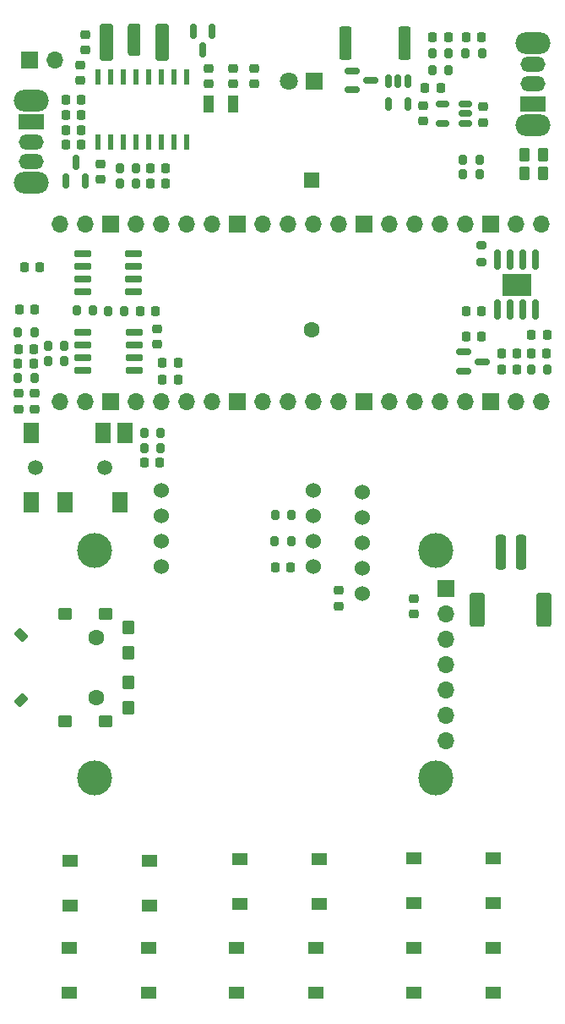
<source format=gbr>
%TF.GenerationSoftware,KiCad,Pcbnew,8.0.5*%
%TF.CreationDate,2024-11-28T19:31:39+00:00*%
%TF.ProjectId,ScoutAM,53636f75-7441-44d2-9e6b-696361645f70,rev?*%
%TF.SameCoordinates,Original*%
%TF.FileFunction,Soldermask,Top*%
%TF.FilePolarity,Negative*%
%FSLAX46Y46*%
G04 Gerber Fmt 4.6, Leading zero omitted, Abs format (unit mm)*
G04 Created by KiCad (PCBNEW 8.0.5) date 2024-11-28 19:31:39*
%MOMM*%
%LPD*%
G01*
G04 APERTURE LIST*
G04 Aperture macros list*
%AMRoundRect*
0 Rectangle with rounded corners*
0 $1 Rounding radius*
0 $2 $3 $4 $5 $6 $7 $8 $9 X,Y pos of 4 corners*
0 Add a 4 corners polygon primitive as box body*
4,1,4,$2,$3,$4,$5,$6,$7,$8,$9,$2,$3,0*
0 Add four circle primitives for the rounded corners*
1,1,$1+$1,$2,$3*
1,1,$1+$1,$4,$5*
1,1,$1+$1,$6,$7*
1,1,$1+$1,$8,$9*
0 Add four rect primitives between the rounded corners*
20,1,$1+$1,$2,$3,$4,$5,0*
20,1,$1+$1,$4,$5,$6,$7,0*
20,1,$1+$1,$6,$7,$8,$9,0*
20,1,$1+$1,$8,$9,$2,$3,0*%
G04 Aperture macros list end*
%ADD10RoundRect,0.250000X0.262500X0.450000X-0.262500X0.450000X-0.262500X-0.450000X0.262500X-0.450000X0*%
%ADD11R,1.800000X1.800000*%
%ADD12C,1.800000*%
%ADD13RoundRect,0.225000X0.250000X-0.225000X0.250000X0.225000X-0.250000X0.225000X-0.250000X-0.225000X0*%
%ADD14RoundRect,0.225000X-0.225000X-0.250000X0.225000X-0.250000X0.225000X0.250000X-0.225000X0.250000X0*%
%ADD15RoundRect,0.200000X-0.200000X-0.275000X0.200000X-0.275000X0.200000X0.275000X-0.200000X0.275000X0*%
%ADD16RoundRect,0.150000X0.512500X0.150000X-0.512500X0.150000X-0.512500X-0.150000X0.512500X-0.150000X0*%
%ADD17RoundRect,0.200000X0.200000X0.275000X-0.200000X0.275000X-0.200000X-0.275000X0.200000X-0.275000X0*%
%ADD18RoundRect,0.218750X0.256250X-0.218750X0.256250X0.218750X-0.256250X0.218750X-0.256250X-0.218750X0*%
%ADD19RoundRect,0.225000X-0.250000X0.225000X-0.250000X-0.225000X0.250000X-0.225000X0.250000X0.225000X0*%
%ADD20RoundRect,0.218750X-0.218750X-0.256250X0.218750X-0.256250X0.218750X0.256250X-0.218750X0.256250X0*%
%ADD21RoundRect,0.150000X-0.725000X-0.150000X0.725000X-0.150000X0.725000X0.150000X-0.725000X0.150000X0*%
%ADD22RoundRect,0.218750X-0.256250X0.218750X-0.256250X-0.218750X0.256250X-0.218750X0.256250X0.218750X0*%
%ADD23RoundRect,0.150000X-0.150000X0.512500X-0.150000X-0.512500X0.150000X-0.512500X0.150000X0.512500X0*%
%ADD24RoundRect,0.250000X0.385000X1.350000X-0.385000X1.350000X-0.385000X-1.350000X0.385000X-1.350000X0*%
%ADD25RoundRect,0.250000X0.425000X1.600000X-0.425000X1.600000X-0.425000X-1.600000X0.425000X-1.600000X0*%
%ADD26C,1.500000*%
%ADD27R,1.500000X2.000000*%
%ADD28RoundRect,0.150000X-0.587500X-0.150000X0.587500X-0.150000X0.587500X0.150000X-0.587500X0.150000X0*%
%ADD29RoundRect,0.200000X-0.275000X0.200000X-0.275000X-0.200000X0.275000X-0.200000X0.275000X0.200000X0*%
%ADD30R,1.000000X1.800000*%
%ADD31RoundRect,0.225000X0.225000X0.250000X-0.225000X0.250000X-0.225000X-0.250000X0.225000X-0.250000X0*%
%ADD32R,1.550000X1.300000*%
%ADD33RoundRect,0.218750X0.218750X0.256250X-0.218750X0.256250X-0.218750X-0.256250X0.218750X-0.256250X0*%
%ADD34RoundRect,0.137500X-0.137500X0.662500X-0.137500X-0.662500X0.137500X-0.662500X0.137500X0.662500X0*%
%ADD35R,1.600000X1.600000*%
%ADD36C,1.600000*%
%ADD37RoundRect,0.250000X-0.362500X-1.425000X0.362500X-1.425000X0.362500X1.425000X-0.362500X1.425000X0*%
%ADD38RoundRect,0.150000X-0.150000X0.825000X-0.150000X-0.825000X0.150000X-0.825000X0.150000X0.825000X0*%
%ADD39R,3.000000X2.290000*%
%ADD40RoundRect,0.250000X-0.250000X-1.500000X0.250000X-1.500000X0.250000X1.500000X-0.250000X1.500000X0*%
%ADD41RoundRect,0.250001X-0.499999X-1.449999X0.499999X-1.449999X0.499999X1.449999X-0.499999X1.449999X0*%
%ADD42RoundRect,0.150000X0.150000X-0.587500X0.150000X0.587500X-0.150000X0.587500X-0.150000X-0.587500X0*%
%ADD43O,3.500000X2.200000*%
%ADD44R,2.500000X1.500000*%
%ADD45O,2.500000X1.500000*%
%ADD46RoundRect,0.150000X-0.150000X0.587500X-0.150000X-0.587500X0.150000X-0.587500X0.150000X0.587500X0*%
%ADD47C,3.500000*%
%ADD48R,1.700000X1.700000*%
%ADD49O,1.700000X1.700000*%
%ADD50RoundRect,0.120000X0.530000X0.480000X-0.530000X0.480000X-0.530000X-0.480000X0.530000X-0.480000X0*%
%ADD51RoundRect,0.085000X-0.604576X-0.123744X-0.123744X-0.604576X0.604576X0.123744X0.123744X0.604576X0*%
%ADD52RoundRect,0.085000X0.123744X-0.604576X0.604576X-0.123744X-0.123744X0.604576X-0.604576X0.123744X0*%
%ADD53RoundRect,0.120000X-0.480000X0.530000X-0.480000X-0.530000X0.480000X-0.530000X0.480000X0.530000X0*%
%ADD54C,1.524000*%
G04 APERTURE END LIST*
D10*
%TO.C,R2*%
X123592500Y-65570000D03*
X121767500Y-65570000D03*
%TD*%
%TO.C,R1*%
X123592500Y-63640000D03*
X121767500Y-63640000D03*
%TD*%
D11*
%TO.C,D3*%
X100655000Y-56295000D03*
D12*
X98115000Y-56295000D03*
%TD*%
D13*
%TO.C,C26*%
X94650000Y-56575000D03*
X94650000Y-55025000D03*
%TD*%
D14*
%TO.C,C11*%
X70990000Y-84590000D03*
X72540000Y-84590000D03*
%TD*%
D15*
%TO.C,R9*%
X96755000Y-99740000D03*
X98405000Y-99740000D03*
%TD*%
D16*
%TO.C,U5*%
X115810000Y-60500000D03*
X115810000Y-59550000D03*
X115810000Y-58600000D03*
X113535000Y-58600000D03*
X113535000Y-60500000D03*
%TD*%
D14*
%TO.C,C28*%
X111815000Y-57000000D03*
X113365000Y-57000000D03*
%TD*%
D17*
%TO.C,R6*%
X81655000Y-79300000D03*
X80005000Y-79300000D03*
%TD*%
D15*
%TO.C,R15*%
X83645000Y-93040000D03*
X85295000Y-93040000D03*
%TD*%
D18*
%TO.C,L3*%
X77270000Y-56227500D03*
X77270000Y-54652500D03*
%TD*%
D13*
%TO.C,C16*%
X117660000Y-60415000D03*
X117660000Y-58865000D03*
%TD*%
D14*
%TO.C,C10*%
X119465000Y-85190000D03*
X121015000Y-85190000D03*
%TD*%
D19*
%TO.C,C14*%
X79270000Y-64570000D03*
X79270000Y-66120000D03*
%TD*%
D20*
%TO.C,L4*%
X75772500Y-58200000D03*
X77347500Y-58200000D03*
%TD*%
D15*
%TO.C,R12*%
X73975000Y-84360000D03*
X75625000Y-84360000D03*
%TD*%
D21*
%TO.C,U3*%
X77490000Y-81420000D03*
X77490000Y-82690000D03*
X77490000Y-83960000D03*
X77490000Y-85230000D03*
X82640000Y-85230000D03*
X82640000Y-83960000D03*
X82640000Y-82690000D03*
X82640000Y-81420000D03*
%TD*%
D22*
%TO.C,L1*%
X72690000Y-87552500D03*
X72690000Y-89127500D03*
%TD*%
D17*
%TO.C,R7*%
X78525000Y-79280000D03*
X76875000Y-79280000D03*
%TD*%
D13*
%TO.C,C23*%
X84910000Y-82635000D03*
X84910000Y-81085000D03*
%TD*%
D15*
%TO.C,R3*%
X122415000Y-85190000D03*
X124065000Y-85190000D03*
%TD*%
D14*
%TO.C,C29*%
X112575000Y-51930000D03*
X114125000Y-51930000D03*
%TD*%
D23*
%TO.C,U8*%
X110050000Y-56270000D03*
X109100000Y-56270000D03*
X108150000Y-56270000D03*
X108150000Y-58545000D03*
X110050000Y-58545000D03*
%TD*%
D24*
%TO.C,J4*%
X82660000Y-52160000D03*
D25*
X79835000Y-52410000D03*
X85485000Y-52410000D03*
%TD*%
D26*
%TO.C,J3*%
X72730000Y-95000000D03*
X79730000Y-95000000D03*
D27*
X72330000Y-98500000D03*
X72330000Y-91500000D03*
X75730000Y-98500000D03*
X79530000Y-91500000D03*
X81230000Y-98500000D03*
X81730000Y-91500000D03*
%TD*%
D17*
%TO.C,R14*%
X72635000Y-81480000D03*
X70985000Y-81480000D03*
%TD*%
D28*
%TO.C,Q2*%
X104512500Y-55270000D03*
X104512500Y-57170000D03*
X106387500Y-56220000D03*
%TD*%
D13*
%TO.C,C15*%
X92570000Y-56565000D03*
X92570000Y-55015000D03*
%TD*%
D29*
%TO.C,R8*%
X117430000Y-72745000D03*
X117430000Y-74395000D03*
%TD*%
D30*
%TO.C,Y1*%
X90080000Y-58610000D03*
X92580000Y-58610000D03*
%TD*%
D14*
%TO.C,C12*%
X71015000Y-83120000D03*
X72565000Y-83120000D03*
%TD*%
%TO.C,C20*%
X84245000Y-66540000D03*
X85795000Y-66540000D03*
%TD*%
D31*
%TO.C,C2*%
X117480000Y-81870000D03*
X115930000Y-81870000D03*
%TD*%
%TO.C,C7*%
X72665000Y-79200000D03*
X71115000Y-79200000D03*
%TD*%
D32*
%TO.C,SW3*%
X110660000Y-134070000D03*
X118610000Y-134070000D03*
X110660000Y-138570000D03*
X118610000Y-138570000D03*
%TD*%
D33*
%TO.C,L5*%
X77357500Y-59680000D03*
X75782500Y-59680000D03*
%TD*%
D15*
%TO.C,R11*%
X73995000Y-82790000D03*
X75645000Y-82790000D03*
%TD*%
D34*
%TO.C,U6*%
X87920000Y-55870000D03*
X86650000Y-55870000D03*
X85380000Y-55870000D03*
X84110000Y-55870000D03*
X82840000Y-55870000D03*
X81570000Y-55870000D03*
X80300000Y-55870000D03*
X79030000Y-55870000D03*
X79030000Y-62370000D03*
X80300000Y-62370000D03*
X81570000Y-62370000D03*
X82840000Y-62370000D03*
X84110000Y-62370000D03*
X85380000Y-62370000D03*
X86650000Y-62370000D03*
X87920000Y-62370000D03*
%TD*%
D32*
%TO.C,SW5*%
X92905000Y-143110000D03*
X100855000Y-143110000D03*
X92905000Y-147610000D03*
X100855000Y-147610000D03*
%TD*%
D19*
%TO.C,C1*%
X110640000Y-108095000D03*
X110640000Y-109645000D03*
%TD*%
D17*
%TO.C,R16*%
X85280000Y-91550000D03*
X83630000Y-91550000D03*
%TD*%
D14*
%TO.C,C27*%
X75805000Y-61170000D03*
X77355000Y-61170000D03*
%TD*%
D35*
%TO.C,LS1*%
X100430000Y-66170000D03*
D36*
X100430000Y-81170000D03*
%TD*%
D31*
%TO.C,C3*%
X117480000Y-79360000D03*
X115930000Y-79360000D03*
%TD*%
D32*
%TO.C,SW4*%
X76110000Y-143110000D03*
X84060000Y-143110000D03*
X76110000Y-147610000D03*
X84060000Y-147610000D03*
%TD*%
D37*
%TO.C,R19*%
X103817500Y-52530000D03*
X109742500Y-52530000D03*
%TD*%
D38*
%TO.C,U2*%
X122905000Y-74205000D03*
X121635000Y-74205000D03*
X120365000Y-74205000D03*
X119095000Y-74205000D03*
X119095000Y-79155000D03*
X120365000Y-79155000D03*
X121635000Y-79155000D03*
X122905000Y-79155000D03*
D39*
X121000000Y-76680000D03*
%TD*%
D13*
%TO.C,C19*%
X111620000Y-60285000D03*
X111620000Y-58735000D03*
%TD*%
D15*
%TO.C,R18*%
X81210000Y-65000000D03*
X82860000Y-65000000D03*
%TD*%
D32*
%TO.C,SW2*%
X93240000Y-134180000D03*
X101190000Y-134180000D03*
X93240000Y-138680000D03*
X101190000Y-138680000D03*
%TD*%
%TO.C,SW1*%
X76210000Y-134360000D03*
X84160000Y-134360000D03*
X76210000Y-138860000D03*
X84160000Y-138860000D03*
%TD*%
D40*
%TO.C,J2*%
X119400000Y-103450000D03*
X121400000Y-103450000D03*
D41*
X117050000Y-109200000D03*
X123750000Y-109200000D03*
%TD*%
D17*
%TO.C,R4*%
X117245000Y-64140000D03*
X115595000Y-64140000D03*
%TD*%
D42*
%TO.C,D5*%
X75830000Y-66295000D03*
X77730000Y-66295000D03*
X76780000Y-64420000D03*
%TD*%
D43*
%TO.C,SW9*%
X72360000Y-58260000D03*
X72360000Y-66460000D03*
D44*
X72360000Y-60360000D03*
D45*
X72360000Y-62360000D03*
X72360000Y-64360000D03*
%TD*%
D14*
%TO.C,C25*%
X75805000Y-62670000D03*
X77355000Y-62670000D03*
%TD*%
D32*
%TO.C,SW6*%
X110700000Y-143070000D03*
X118650000Y-143070000D03*
X110700000Y-147570000D03*
X118650000Y-147570000D03*
%TD*%
D19*
%TO.C,C24*%
X77730000Y-51635000D03*
X77730000Y-53185000D03*
%TD*%
D31*
%TO.C,C6*%
X87030000Y-86220000D03*
X85480000Y-86220000D03*
%TD*%
D15*
%TO.C,R5*%
X115595000Y-65630000D03*
X117245000Y-65630000D03*
%TD*%
%TO.C,R13*%
X70975000Y-86060000D03*
X72625000Y-86060000D03*
%TD*%
%TO.C,R10*%
X96745000Y-102330000D03*
X98395000Y-102330000D03*
%TD*%
D14*
%TO.C,C9*%
X119445000Y-83570000D03*
X120995000Y-83570000D03*
%TD*%
D43*
%TO.C,SW8*%
X122600000Y-60690000D03*
X122600000Y-52490000D03*
D44*
X122600000Y-58590000D03*
D45*
X122600000Y-56590000D03*
X122600000Y-54590000D03*
%TD*%
D22*
%TO.C,L2*%
X71080000Y-87542500D03*
X71080000Y-89117500D03*
%TD*%
D20*
%TO.C,D2*%
X122425000Y-83590000D03*
X124000000Y-83590000D03*
%TD*%
D28*
%TO.C,Q1*%
X115700000Y-83420000D03*
X115700000Y-85320000D03*
X117575000Y-84370000D03*
%TD*%
D15*
%TO.C,R21*%
X112535000Y-53530000D03*
X114185000Y-53530000D03*
%TD*%
D14*
%TO.C,C5*%
X85480000Y-84510000D03*
X87030000Y-84510000D03*
%TD*%
D15*
%TO.C,R22*%
X115850000Y-53470000D03*
X117500000Y-53470000D03*
%TD*%
D46*
%TO.C,D4*%
X90480000Y-51330000D03*
X88580000Y-51330000D03*
X89530000Y-53205000D03*
%TD*%
D31*
%TO.C,C8*%
X98345000Y-104960000D03*
X96795000Y-104960000D03*
%TD*%
D13*
%TO.C,C13*%
X90090000Y-56595000D03*
X90090000Y-55045000D03*
%TD*%
D47*
%TO.C,J1*%
X112860000Y-103320000D03*
X78640000Y-103320000D03*
D48*
X113860000Y-107090000D03*
D47*
X112860000Y-126100000D03*
X78640000Y-126100000D03*
D49*
X113860000Y-109630000D03*
X113860000Y-112170000D03*
X113860000Y-114710000D03*
X113860000Y-117250000D03*
X113860000Y-119790000D03*
X113860000Y-122330000D03*
%TD*%
D15*
%TO.C,R17*%
X81195000Y-66520000D03*
X82845000Y-66520000D03*
%TD*%
D20*
%TO.C,D1*%
X122445000Y-81680000D03*
X124020000Y-81680000D03*
%TD*%
D14*
%TO.C,C21*%
X84230000Y-65020000D03*
X85780000Y-65020000D03*
%TD*%
D17*
%TO.C,R20*%
X114185000Y-55200000D03*
X112535000Y-55200000D03*
%TD*%
D13*
%TO.C,C4*%
X103110000Y-108855000D03*
X103110000Y-107305000D03*
%TD*%
D21*
%TO.C,U7*%
X77455000Y-73550000D03*
X77455000Y-74820000D03*
X77455000Y-76090000D03*
X77455000Y-77360000D03*
X82605000Y-77360000D03*
X82605000Y-76090000D03*
X82605000Y-74820000D03*
X82605000Y-73550000D03*
%TD*%
D31*
%TO.C,C30*%
X117435000Y-51920000D03*
X115885000Y-51920000D03*
%TD*%
D36*
%TO.C,SW7*%
X78870001Y-117999985D03*
X78870001Y-111999985D03*
D50*
X75670001Y-120399985D03*
X79770001Y-120399985D03*
D51*
X71270001Y-118252675D03*
D52*
X71270000Y-111747325D03*
D50*
X75670001Y-109599985D03*
X79770001Y-109599985D03*
D53*
X82070001Y-118999985D03*
X82070001Y-116474985D03*
X82070001Y-113524985D03*
X82070001Y-110999985D03*
%TD*%
D31*
%TO.C,C17*%
X85225000Y-94520000D03*
X83675000Y-94520000D03*
%TD*%
%TO.C,C18*%
X73165000Y-74940000D03*
X71615000Y-74940000D03*
%TD*%
D14*
%TO.C,C22*%
X83205000Y-79300000D03*
X84755000Y-79300000D03*
%TD*%
D48*
%TO.C,J5*%
X72185000Y-54205000D03*
D49*
X74725000Y-54205000D03*
%TD*%
D54*
%TO.C,U1*%
X105480000Y-107580000D03*
X105480000Y-105040000D03*
X105480000Y-102500000D03*
X105480000Y-99960000D03*
X105480000Y-97420000D03*
%TD*%
%TO.C,U4*%
X100620000Y-97240000D03*
X100620000Y-99780000D03*
X100620000Y-102320000D03*
X100620000Y-104860000D03*
X85380000Y-97240000D03*
X85380000Y-99780000D03*
X85380000Y-102320000D03*
X85380000Y-104860000D03*
%TD*%
D49*
%TO.C,A1*%
X123440000Y-88400000D03*
X120900000Y-88400000D03*
D48*
X118360000Y-88400000D03*
D49*
X115820000Y-88400000D03*
X113280000Y-88400000D03*
X110740000Y-88400000D03*
X108200000Y-88400000D03*
D48*
X105660000Y-88400000D03*
D49*
X103120000Y-88400000D03*
X100580000Y-88400000D03*
X98040000Y-88400000D03*
X95500000Y-88400000D03*
D48*
X92960000Y-88400000D03*
D49*
X90420000Y-88400000D03*
X87880000Y-88400000D03*
X85340000Y-88400000D03*
X82800000Y-88400000D03*
D48*
X80260000Y-88400000D03*
D49*
X77720000Y-88400000D03*
X75180000Y-88400000D03*
X75180000Y-70620000D03*
X77720000Y-70620000D03*
D48*
X80260000Y-70620000D03*
D49*
X82800000Y-70620000D03*
X85340000Y-70620000D03*
X87880000Y-70620000D03*
X90420000Y-70620000D03*
D48*
X92960000Y-70620000D03*
D49*
X95500000Y-70620000D03*
X98040000Y-70620000D03*
X100580000Y-70620000D03*
X103120000Y-70620000D03*
D48*
X105660000Y-70620000D03*
D49*
X108200000Y-70620000D03*
X110740000Y-70620000D03*
X113280000Y-70620000D03*
X115820000Y-70620000D03*
D48*
X118360000Y-70620000D03*
D49*
X120900000Y-70620000D03*
X123440000Y-70620000D03*
%TD*%
M02*

</source>
